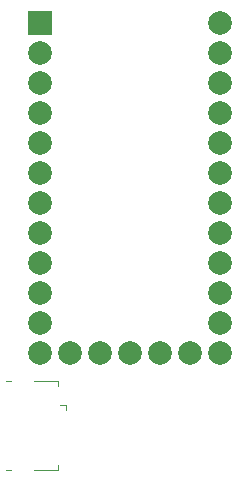
<source format=gbr>
%TF.GenerationSoftware,KiCad,Pcbnew,(6.0.4)*%
%TF.CreationDate,2024-05-03T20:26:16-07:00*%
%TF.ProjectId,right_ortholinear,72696768-745f-46f7-9274-686f6c696e65,v1.0.0*%
%TF.SameCoordinates,Original*%
%TF.FileFunction,Legend,Top*%
%TF.FilePolarity,Positive*%
%FSLAX46Y46*%
G04 Gerber Fmt 4.6, Leading zero omitted, Abs format (unit mm)*
G04 Created by KiCad (PCBNEW (6.0.4)) date 2024-05-03 20:26:16*
%MOMM*%
%LPD*%
G01*
G04 APERTURE LIST*
%ADD10C,0.150000*%
%ADD11C,0.120000*%
%ADD12R,2.000000X2.000000*%
%ADD13C,2.000000*%
G04 APERTURE END LIST*
D10*
%TO.C,*%
D11*
X118510000Y-126340000D02*
X118910000Y-126340000D01*
X123540000Y-128790000D02*
X123540000Y-128340000D01*
X122860000Y-133860000D02*
X122860000Y-133440000D01*
X118910000Y-133860000D02*
X118510000Y-133860000D01*
X123090000Y-128340000D02*
X123540000Y-128340000D01*
X120880000Y-133860000D02*
X122860000Y-133860000D01*
X120880000Y-126340000D02*
X122860000Y-126340000D01*
X122860000Y-126340000D02*
X122860000Y-126760000D01*
%TD*%
D12*
%TO.C,*%
X121380000Y-96030000D03*
D13*
X121380000Y-98570000D03*
X121380000Y-101110000D03*
X121380000Y-103650000D03*
X121380000Y-106190000D03*
X121380000Y-108730000D03*
X121380000Y-111270000D03*
X121380000Y-113810000D03*
X121380000Y-116350000D03*
X121380000Y-118890000D03*
X121380000Y-121430000D03*
X121380000Y-123970000D03*
X136620000Y-123970000D03*
X136620000Y-121430000D03*
X136620000Y-118890000D03*
X136620000Y-116350000D03*
X136620000Y-113810000D03*
X136620000Y-111270000D03*
X136620000Y-108730000D03*
X136620000Y-106190000D03*
X136620000Y-103650000D03*
X136620000Y-101110000D03*
X136620000Y-98570000D03*
X136620000Y-96030000D03*
X123920000Y-123970000D03*
X126460000Y-123970000D03*
X129000000Y-123970000D03*
X131540000Y-123970000D03*
X134080000Y-123970000D03*
%TD*%
M02*

</source>
